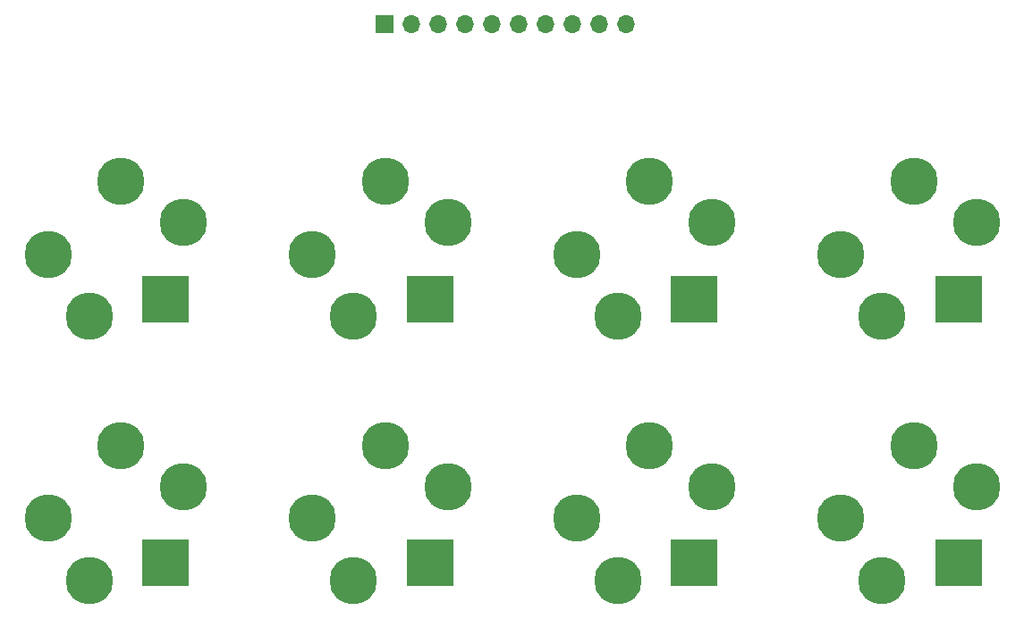
<source format=gbr>
%TF.GenerationSoftware,KiCad,Pcbnew,(5.1.9)-1*%
%TF.CreationDate,2021-09-12T18:45:55+01:00*%
%TF.ProjectId,Function Generator Jacks,46756e63-7469-46f6-9e20-47656e657261,rev?*%
%TF.SameCoordinates,Original*%
%TF.FileFunction,Soldermask,Top*%
%TF.FilePolarity,Negative*%
%FSLAX46Y46*%
G04 Gerber Fmt 4.6, Leading zero omitted, Abs format (unit mm)*
G04 Created by KiCad (PCBNEW (5.1.9)-1) date 2021-09-12 18:45:55*
%MOMM*%
%LPD*%
G01*
G04 APERTURE LIST*
%ADD10C,4.500001*%
%ADD11C,4.500000*%
%ADD12R,4.500001X4.500001*%
%ADD13R,1.700000X1.700000*%
%ADD14O,1.700000X1.700000*%
G04 APERTURE END LIST*
D10*
%TO.C,J1*%
X35991000Y-75859000D03*
D11*
X27091000Y-84759000D03*
D10*
X30091000Y-71959000D03*
D12*
X34331000Y-83099000D03*
D11*
X23191000Y-78859000D03*
%TD*%
%TO.C,J2*%
X23191000Y-103878000D03*
D12*
X34331000Y-108118000D03*
D10*
X30091000Y-96978000D03*
D11*
X27091000Y-109778000D03*
D10*
X35991000Y-100878000D03*
%TD*%
%TO.C,J4*%
X61010000Y-75859000D03*
D11*
X52110000Y-84759000D03*
D10*
X55110000Y-71959000D03*
D12*
X59350000Y-83099000D03*
D11*
X48210000Y-78859000D03*
%TD*%
%TO.C,J5*%
X48210000Y-103878000D03*
D12*
X59350000Y-108118000D03*
D10*
X55110000Y-96978000D03*
D11*
X52110000Y-109778000D03*
D10*
X61010000Y-100878000D03*
%TD*%
%TO.C,J6*%
X86029000Y-75859000D03*
D11*
X77129000Y-84759000D03*
D10*
X80129000Y-71959000D03*
D12*
X84369000Y-83099000D03*
D11*
X73229000Y-78859000D03*
%TD*%
%TO.C,J7*%
X73229000Y-103878000D03*
D12*
X84369000Y-108118000D03*
D10*
X80129000Y-96978000D03*
D11*
X77129000Y-109778000D03*
D10*
X86029000Y-100878000D03*
%TD*%
%TO.C,J8*%
X111048000Y-75859000D03*
D11*
X102148000Y-84759000D03*
D10*
X105148000Y-71959000D03*
D12*
X109388000Y-83099000D03*
D11*
X98248000Y-78859000D03*
%TD*%
%TO.C,J9*%
X98248000Y-103878000D03*
D12*
X109388000Y-108118000D03*
D10*
X105148000Y-96978000D03*
D11*
X102148000Y-109778000D03*
D10*
X111048000Y-100878000D03*
%TD*%
D13*
%TO.C,J3*%
X54996000Y-57023000D03*
D14*
X57536000Y-57023000D03*
X60076000Y-57023000D03*
X62616000Y-57023000D03*
X65156000Y-57023000D03*
X67696000Y-57023000D03*
X70236000Y-57023000D03*
X72776000Y-57023000D03*
X75316000Y-57023000D03*
X77856000Y-57023000D03*
%TD*%
M02*

</source>
